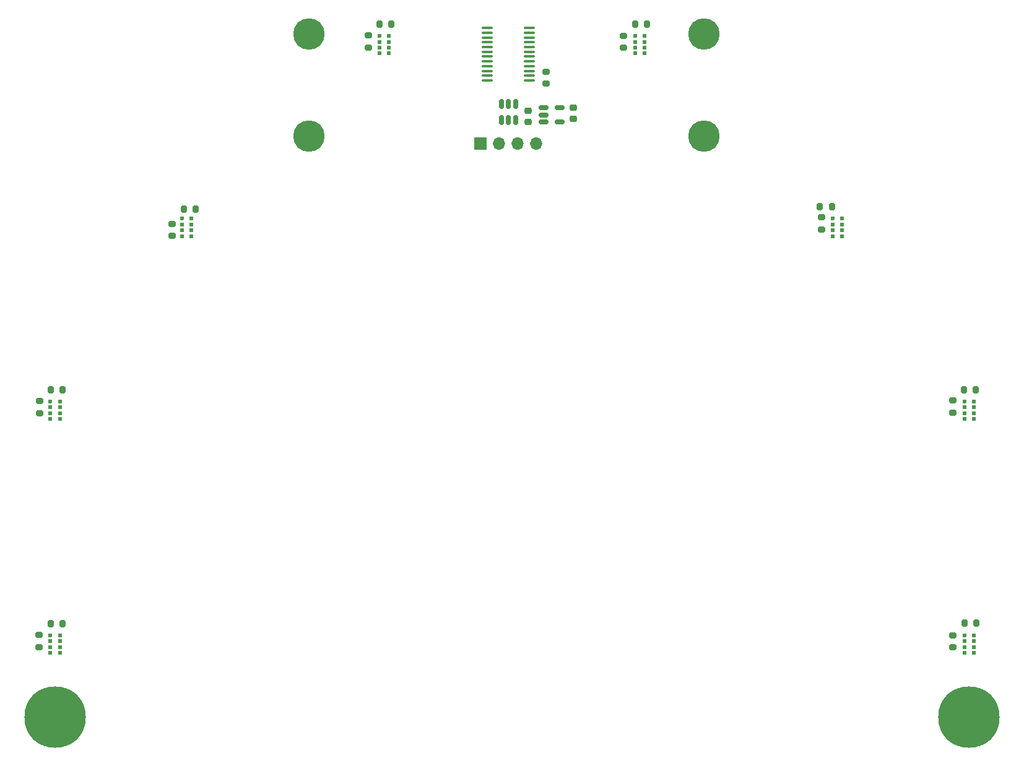
<source format=gbr>
%TF.GenerationSoftware,KiCad,Pcbnew,9.0.1*%
%TF.CreationDate,2025-05-06T09:48:23+02:00*%
%TF.ProjectId,lijnsensor V2,6c696a6e-7365-46e7-936f-722056322e6b,rev?*%
%TF.SameCoordinates,Original*%
%TF.FileFunction,Soldermask,Top*%
%TF.FilePolarity,Negative*%
%FSLAX46Y46*%
G04 Gerber Fmt 4.6, Leading zero omitted, Abs format (unit mm)*
G04 Created by KiCad (PCBNEW 9.0.1) date 2025-05-06 09:48:23*
%MOMM*%
%LPD*%
G01*
G04 APERTURE LIST*
G04 Aperture macros list*
%AMRoundRect*
0 Rectangle with rounded corners*
0 $1 Rounding radius*
0 $2 $3 $4 $5 $6 $7 $8 $9 X,Y pos of 4 corners*
0 Add a 4 corners polygon primitive as box body*
4,1,4,$2,$3,$4,$5,$6,$7,$8,$9,$2,$3,0*
0 Add four circle primitives for the rounded corners*
1,1,$1+$1,$2,$3*
1,1,$1+$1,$4,$5*
1,1,$1+$1,$6,$7*
1,1,$1+$1,$8,$9*
0 Add four rect primitives between the rounded corners*
20,1,$1+$1,$2,$3,$4,$5,0*
20,1,$1+$1,$4,$5,$6,$7,0*
20,1,$1+$1,$6,$7,$8,$9,0*
20,1,$1+$1,$8,$9,$2,$3,0*%
%AMOutline5P*
0 Free polygon, 5 corners , with rotation*
0 The origin of the aperture is its center*
0 number of corners: always 5*
0 $1 to $10 corner X, Y*
0 $11 Rotation angle, in degrees counterclockwise*
0 create outline with 5 corners*
4,1,5,$1,$2,$3,$4,$5,$6,$7,$8,$9,$10,$1,$2,$11*%
%AMOutline6P*
0 Free polygon, 6 corners , with rotation*
0 The origin of the aperture is its center*
0 number of corners: always 6*
0 $1 to $12 corner X, Y*
0 $13 Rotation angle, in degrees counterclockwise*
0 create outline with 6 corners*
4,1,6,$1,$2,$3,$4,$5,$6,$7,$8,$9,$10,$11,$12,$1,$2,$13*%
%AMOutline7P*
0 Free polygon, 7 corners , with rotation*
0 The origin of the aperture is its center*
0 number of corners: always 7*
0 $1 to $14 corner X, Y*
0 $15 Rotation angle, in degrees counterclockwise*
0 create outline with 7 corners*
4,1,7,$1,$2,$3,$4,$5,$6,$7,$8,$9,$10,$11,$12,$13,$14,$1,$2,$15*%
%AMOutline8P*
0 Free polygon, 8 corners , with rotation*
0 The origin of the aperture is its center*
0 number of corners: always 8*
0 $1 to $16 corner X, Y*
0 $17 Rotation angle, in degrees counterclockwise*
0 create outline with 8 corners*
4,1,8,$1,$2,$3,$4,$5,$6,$7,$8,$9,$10,$11,$12,$13,$14,$15,$16,$1,$2,$17*%
G04 Aperture macros list end*
%ADD10RoundRect,0.200000X-0.275000X0.200000X-0.275000X-0.200000X0.275000X-0.200000X0.275000X0.200000X0*%
%ADD11C,4.300000*%
%ADD12Outline5P,-0.287500X0.244000X0.287500X0.244000X0.287500X-0.067100X0.110600X-0.244000X-0.287500X-0.244000X0.000000*%
%ADD13R,0.575000X0.488000*%
%ADD14C,8.400000*%
%ADD15RoundRect,0.225000X-0.250000X0.225000X-0.250000X-0.225000X0.250000X-0.225000X0.250000X0.225000X0*%
%ADD16R,1.700000X1.700000*%
%ADD17O,1.700000X1.700000*%
%ADD18RoundRect,0.150000X-0.512500X-0.150000X0.512500X-0.150000X0.512500X0.150000X-0.512500X0.150000X0*%
%ADD19RoundRect,0.200000X-0.200000X-0.275000X0.200000X-0.275000X0.200000X0.275000X-0.200000X0.275000X0*%
%ADD20RoundRect,0.150000X0.150000X-0.512500X0.150000X0.512500X-0.150000X0.512500X-0.150000X-0.512500X0*%
%ADD21RoundRect,0.200000X0.275000X-0.200000X0.275000X0.200000X-0.275000X0.200000X-0.275000X-0.200000X0*%
%ADD22RoundRect,0.100000X0.637500X0.100000X-0.637500X0.100000X-0.637500X-0.100000X0.637500X-0.100000X0*%
G04 APERTURE END LIST*
D10*
%TO.C,R16*%
X53900000Y-106775000D03*
X53900000Y-108425000D03*
%TD*%
D11*
%TO.C,H1*%
X144750000Y-70500000D03*
%TD*%
D10*
%TO.C,R14*%
X72025000Y-82490000D03*
X72025000Y-84140000D03*
%TD*%
D12*
%TO.C,U5*%
X162362000Y-81800000D03*
D13*
X162362000Y-82600000D03*
X162362000Y-83400000D03*
X162362000Y-84200000D03*
X163638000Y-84200000D03*
X163638000Y-83400000D03*
X163638000Y-82600000D03*
X163638000Y-81800000D03*
%TD*%
D12*
%TO.C,U4*%
X135362000Y-56800000D03*
D13*
X135362000Y-57600000D03*
X135362000Y-58400000D03*
X135362000Y-59200000D03*
X136638000Y-59200000D03*
X136638000Y-58400000D03*
X136638000Y-57600000D03*
X136638000Y-56800000D03*
%TD*%
D14*
%TO.C,H6*%
X181000000Y-150000000D03*
%TD*%
D12*
%TO.C,U9*%
X73362000Y-81800000D03*
D13*
X73362000Y-82600000D03*
X73362000Y-83400000D03*
X73362000Y-84200000D03*
X74638000Y-84200000D03*
X74638000Y-83400000D03*
X74638000Y-82600000D03*
X74638000Y-81800000D03*
%TD*%
D12*
%TO.C,U6*%
X180362000Y-106800000D03*
D13*
X180362000Y-107600000D03*
X180362000Y-108400000D03*
X180362000Y-109200000D03*
X181638000Y-109200000D03*
X181638000Y-108400000D03*
X181638000Y-107600000D03*
X181638000Y-106800000D03*
%TD*%
D12*
%TO.C,U7*%
X180362000Y-138800000D03*
D13*
X180362000Y-139600000D03*
X180362000Y-140400000D03*
X180362000Y-141200000D03*
X181638000Y-141200000D03*
X181638000Y-140400000D03*
X181638000Y-139600000D03*
X181638000Y-138800000D03*
%TD*%
D11*
%TO.C,H2*%
X144750000Y-56500000D03*
%TD*%
D10*
%TO.C,R8*%
X178800000Y-106675000D03*
X178800000Y-108325000D03*
%TD*%
D15*
%TO.C,C2*%
X126900000Y-66625000D03*
X126900000Y-68175000D03*
%TD*%
D16*
%TO.C,J1*%
X114200000Y-71500000D03*
D17*
X116740000Y-71500000D03*
X119280000Y-71500000D03*
X121820000Y-71500000D03*
%TD*%
D12*
%TO.C,U10*%
X55362000Y-106800000D03*
D13*
X55362000Y-107600000D03*
X55362000Y-108400000D03*
X55362000Y-109200000D03*
X56638000Y-109200000D03*
X56638000Y-108400000D03*
X56638000Y-107600000D03*
X56638000Y-106800000D03*
%TD*%
D10*
%TO.C,R2*%
X53800000Y-138775000D03*
X53800000Y-140425000D03*
%TD*%
D18*
%TO.C,U3*%
X122762500Y-66650000D03*
X122762500Y-67600000D03*
X122762500Y-68550000D03*
X125037500Y-68550000D03*
X125037500Y-66650000D03*
%TD*%
D19*
%TO.C,R15*%
X55375000Y-105200000D03*
X57025000Y-105200000D03*
%TD*%
%TO.C,R1*%
X55375000Y-137200000D03*
X57025000Y-137200000D03*
%TD*%
%TO.C,R13*%
X73605000Y-80470000D03*
X75255000Y-80470000D03*
%TD*%
D20*
%TO.C,U1*%
X117050000Y-68337500D03*
X118000000Y-68337500D03*
X118950000Y-68337500D03*
X118950000Y-66062500D03*
X118000000Y-66062500D03*
X117050000Y-66062500D03*
%TD*%
D19*
%TO.C,R9*%
X180362000Y-137150000D03*
X182012000Y-137150000D03*
%TD*%
D21*
%TO.C,R17*%
X123100000Y-63325000D03*
X123100000Y-61675000D03*
%TD*%
D15*
%TO.C,C1*%
X120700000Y-67025000D03*
X120700000Y-68575000D03*
%TD*%
D10*
%TO.C,R4*%
X133738000Y-56750000D03*
X133738000Y-58400000D03*
%TD*%
D11*
%TO.C,H3*%
X90750000Y-56500000D03*
%TD*%
%TO.C,H4*%
X90750000Y-70500000D03*
%TD*%
D12*
%TO.C,U8*%
X100362000Y-56800000D03*
D13*
X100362000Y-57600000D03*
X100362000Y-58400000D03*
X100362000Y-59200000D03*
X101638000Y-59200000D03*
X101638000Y-58400000D03*
X101638000Y-57600000D03*
X101638000Y-56800000D03*
%TD*%
D12*
%TO.C,U11*%
X55362000Y-138800000D03*
D13*
X55362000Y-139600000D03*
X55362000Y-140400000D03*
X55362000Y-141200000D03*
X56638000Y-141200000D03*
X56638000Y-140400000D03*
X56638000Y-139600000D03*
X56638000Y-138800000D03*
%TD*%
D10*
%TO.C,R10*%
X178737000Y-138800000D03*
X178737000Y-140450000D03*
%TD*%
D19*
%TO.C,R7*%
X180275000Y-105200000D03*
X181925000Y-105200000D03*
%TD*%
%TO.C,R11*%
X100325000Y-55200000D03*
X101975000Y-55200000D03*
%TD*%
%TO.C,R5*%
X160575000Y-80150000D03*
X162225000Y-80150000D03*
%TD*%
D10*
%TO.C,R6*%
X160800000Y-81600000D03*
X160800000Y-83250000D03*
%TD*%
D19*
%TO.C,R3*%
X135325000Y-55150000D03*
X136975000Y-55150000D03*
%TD*%
D10*
%TO.C,R12*%
X98800000Y-56725000D03*
X98800000Y-58375000D03*
%TD*%
D22*
%TO.C,U2*%
X120862500Y-62875000D03*
X120862500Y-62225000D03*
X120862500Y-61575000D03*
X120862500Y-60925000D03*
X120862500Y-60275000D03*
X120862500Y-59625000D03*
X120862500Y-58975000D03*
X120862500Y-58325000D03*
X120862500Y-57675000D03*
X120862500Y-57025000D03*
X120862500Y-56375000D03*
X120862500Y-55725000D03*
X115137500Y-55725000D03*
X115137500Y-56375000D03*
X115137500Y-57025000D03*
X115137500Y-57675000D03*
X115137500Y-58325000D03*
X115137500Y-58975000D03*
X115137500Y-59625000D03*
X115137500Y-60275000D03*
X115137500Y-60925000D03*
X115137500Y-61575000D03*
X115137500Y-62225000D03*
X115137500Y-62875000D03*
%TD*%
D14*
%TO.C,H5*%
X56000000Y-150000000D03*
%TD*%
M02*

</source>
